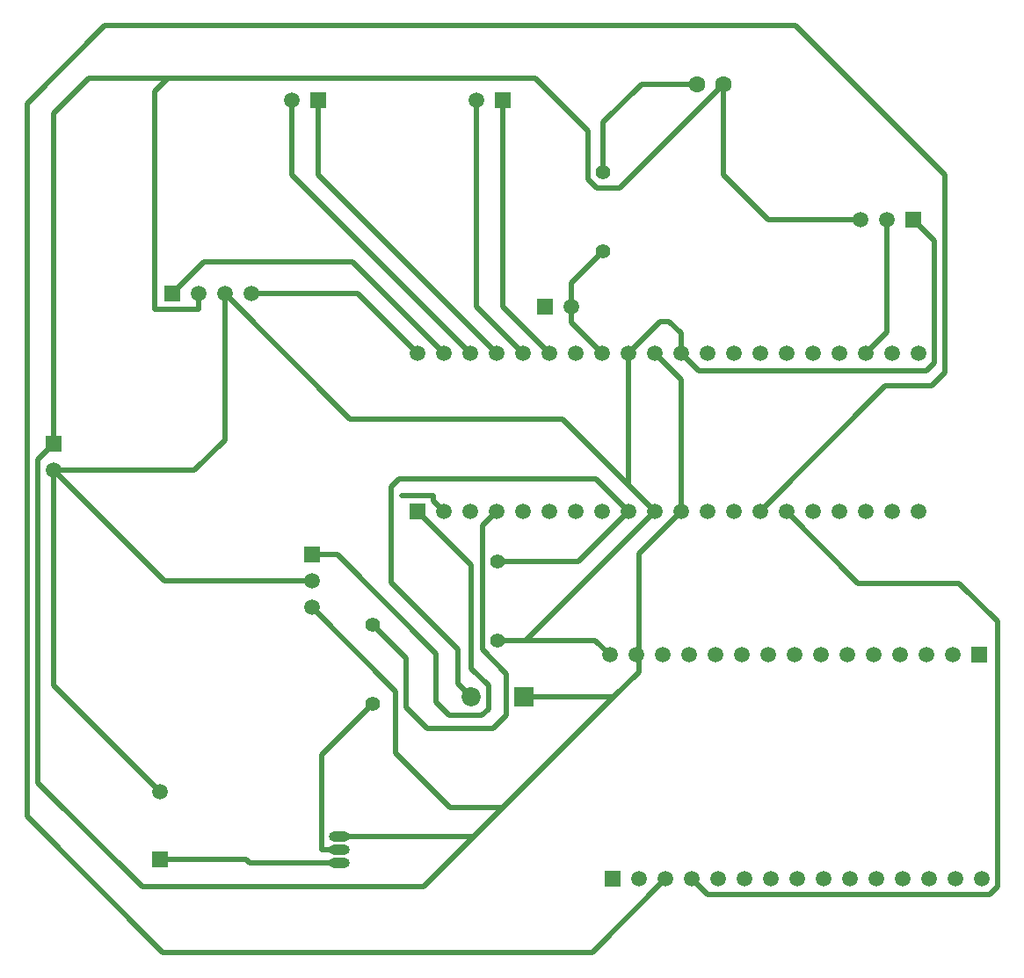
<source format=gbl>
G04 Layer_Physical_Order=2*
G04 Layer_Color=16711680*
%FSLAX25Y25*%
%MOIN*%
G70*
G01*
G75*
%ADD10C,0.01968*%
%ADD11C,0.05905*%
%ADD12R,0.05905X0.05905*%
%ADD13C,0.07283*%
%ADD14R,0.07283X0.07283*%
%ADD15R,0.05905X0.05905*%
%ADD16C,0.05512*%
%ADD17O,0.07874X0.03937*%
%ADD18O,0.07874X0.03937*%
%ADD19C,0.06299*%
D10*
X370500Y486500D02*
X374500Y482500D01*
X370500Y486500D02*
Y488500D01*
X358500D02*
X370500D01*
X494500Y482500D02*
X542000Y530000D01*
X559500D01*
X564500Y535000D01*
Y610000D01*
X507800Y666700D02*
X564500Y610000D01*
X245900Y666700D02*
X507800D01*
X216500Y637300D02*
X245900Y666700D01*
X216500Y366800D02*
Y637300D01*
Y366800D02*
X268000Y315300D01*
X430800D01*
X458500Y343000D01*
X389200Y477200D02*
X394500Y482500D01*
X389200Y430000D02*
Y477200D01*
Y430000D02*
X398400Y420800D01*
Y405000D02*
Y420800D01*
X393400Y400000D02*
X398400Y405000D01*
X368400Y400000D02*
X393400D01*
X360189Y408211D02*
X368400Y400000D01*
X360189Y408211D02*
Y426811D01*
X347500Y439500D02*
X360189Y426811D01*
X364500Y482500D02*
X385000Y462000D01*
Y422973D02*
Y462000D01*
Y422973D02*
X391595Y416378D01*
Y407500D02*
Y416378D01*
X389095Y405000D02*
X391595Y407500D01*
X376595Y405000D02*
X389095D01*
X371595Y410000D02*
X376595Y405000D01*
X371595Y410000D02*
Y428505D01*
X334100Y466000D02*
X371595Y428505D01*
X324500Y466000D02*
X334100D01*
X328100Y390100D02*
X347500Y409500D01*
X328100Y354000D02*
Y390100D01*
Y354000D02*
X335000D01*
X552500Y593000D02*
X560500Y585000D01*
Y538700D02*
Y585000D01*
X557500Y535700D02*
X560500Y538700D01*
X471300Y535700D02*
X557500D01*
X464500Y542500D02*
X471300Y535700D01*
X464500Y542500D02*
Y550000D01*
X460000Y554500D02*
X464500Y550000D01*
X456500Y554500D02*
X460000D01*
X444500Y542500D02*
X456500Y554500D01*
X444500Y492500D02*
X454500Y482500D01*
X444500Y492500D02*
Y542500D01*
X339000Y517500D02*
X419500D01*
X291500Y565000D02*
X339000Y517500D01*
X291500Y509500D02*
Y565000D01*
X280000Y498000D02*
X291500Y509500D01*
X226500Y498000D02*
X280000D01*
X268500Y456000D02*
X324500D01*
X226500Y498000D02*
X268500Y456000D01*
X226500Y416468D02*
Y498000D01*
Y416468D02*
X266945Y376024D01*
X387000Y560000D02*
X404500Y542500D01*
X387000Y560000D02*
Y638500D01*
X317000Y610000D02*
Y638500D01*
Y610000D02*
X384500Y542500D01*
X449500Y644500D02*
X470500D01*
X435000Y630000D02*
X449500Y644500D01*
X435000Y611000D02*
Y630000D01*
X301000Y349000D02*
X335000D01*
X299567Y350433D02*
X301000Y349000D01*
X266945Y350433D02*
X299567D01*
X342000Y565000D02*
X364500Y542500D01*
X301500Y565000D02*
X342000D01*
X340000Y577000D02*
X374500Y542500D01*
X283500Y577000D02*
X340000D01*
X271500Y565000D02*
X283500Y577000D01*
X327000Y610000D02*
Y638500D01*
Y610000D02*
X394500Y542500D01*
X397000Y560000D02*
X414500Y542500D01*
X397000Y560000D02*
Y638500D01*
X423000Y569000D02*
X435000Y581000D01*
X423000Y560000D02*
Y569000D01*
Y554000D02*
Y560000D01*
Y554000D02*
X434500Y542500D01*
X542500Y550500D02*
Y593000D01*
X534500Y542500D02*
X542500Y550500D01*
X395000Y463500D02*
X425500D01*
X444500Y482500D01*
X432300Y494700D02*
X444500Y482500D01*
X357500Y494700D02*
X432300D01*
X354500Y491700D02*
X357500Y494700D01*
X354500Y455632D02*
Y491700D01*
Y455632D02*
X380000Y430132D01*
Y417000D02*
Y430132D01*
Y417000D02*
X385000Y412000D01*
X497500Y593000D02*
X532500D01*
X480500Y610000D02*
X497500Y593000D01*
X480500Y610000D02*
Y644500D01*
X432500Y605200D02*
X441200D01*
X226500Y633400D02*
X240000Y646900D01*
X226500Y508000D02*
Y633400D01*
X454500Y542500D02*
X464500Y532500D01*
Y482500D02*
Y532500D01*
X468500Y343000D02*
X474500Y337000D01*
X581500D01*
X584500Y340000D01*
Y440800D01*
X570000Y455300D02*
X584500Y440800D01*
X531700Y455300D02*
X570000D01*
X504500Y482500D02*
X531700Y455300D01*
X260100Y340000D02*
X367000D01*
X220500Y379600D02*
X260100Y340000D01*
X220500Y379600D02*
Y502000D01*
X226500Y508000D01*
X377000Y370000D02*
X397000D01*
X356252Y390748D02*
X377000Y370000D01*
X356252Y390748D02*
Y414248D01*
X324500Y446000D02*
X356252Y414248D01*
X335000Y359000D02*
X386000D01*
X281500Y559000D02*
Y565000D01*
X265000Y559000D02*
X281500D01*
X265000D02*
Y641900D01*
X270000Y646900D01*
X409100D02*
X429200Y626800D01*
Y608500D02*
Y626800D01*
Y608500D02*
X432500Y605200D01*
X441200D02*
X480500Y644500D01*
X405500Y433500D02*
X454500Y482500D01*
X395000Y433500D02*
X405500D01*
X432000D02*
X437500Y428000D01*
X447500D02*
X448500Y429000D01*
Y466500D01*
X464500Y482500D01*
X405000Y412000D02*
X439000D01*
X448500Y421500D01*
X405500Y433500D02*
X432000D01*
X419500Y517500D02*
X444500Y492500D01*
X367000Y340000D02*
X386000Y359000D01*
X397000Y370000D01*
X439000Y412000D01*
X240000Y646900D02*
X270000D01*
X409100D01*
X448500Y421500D02*
Y428000D01*
Y429000D01*
D11*
X226500Y498000D02*
D03*
X281500Y565000D02*
D03*
X291500D02*
D03*
X301500D02*
D03*
X324500Y446000D02*
D03*
Y456000D02*
D03*
X266945Y376024D02*
D03*
X387000Y638500D02*
D03*
X448500Y343000D02*
D03*
X458500D02*
D03*
X468500D02*
D03*
X478500D02*
D03*
X488500D02*
D03*
X498500D02*
D03*
X508500D02*
D03*
X518500D02*
D03*
X528500D02*
D03*
X538500D02*
D03*
X548500D02*
D03*
X558500D02*
D03*
X568500D02*
D03*
X578500D02*
D03*
X567500Y428000D02*
D03*
X557500D02*
D03*
X547500D02*
D03*
X537500D02*
D03*
X527500D02*
D03*
X517500D02*
D03*
X507500D02*
D03*
X497500D02*
D03*
X487500D02*
D03*
X477500D02*
D03*
X467500D02*
D03*
X457500D02*
D03*
X447500D02*
D03*
X437500D02*
D03*
X317000Y638500D02*
D03*
X554500Y542500D02*
D03*
X544500D02*
D03*
X534500D02*
D03*
X524500D02*
D03*
X514500D02*
D03*
X504500D02*
D03*
X494500D02*
D03*
X484500D02*
D03*
X474500D02*
D03*
X464500D02*
D03*
X454500D02*
D03*
X444500D02*
D03*
X434500D02*
D03*
X424500D02*
D03*
X414500D02*
D03*
X404500D02*
D03*
X394500D02*
D03*
X384500D02*
D03*
X374500D02*
D03*
X364500D02*
D03*
X554500Y482500D02*
D03*
X544500D02*
D03*
X534500D02*
D03*
X524500D02*
D03*
X514500D02*
D03*
X504500D02*
D03*
X494500D02*
D03*
X484500D02*
D03*
X474500D02*
D03*
X464500D02*
D03*
X454500D02*
D03*
X444500D02*
D03*
X434500D02*
D03*
X424500D02*
D03*
X414500D02*
D03*
X404500D02*
D03*
X394500D02*
D03*
X384500D02*
D03*
X374500D02*
D03*
X532500Y593000D02*
D03*
X542500D02*
D03*
X423000Y560000D02*
D03*
D12*
X226500Y508000D02*
D03*
X324500Y466000D02*
D03*
X266945Y350433D02*
D03*
X364500Y482500D02*
D03*
D13*
X385000Y412000D02*
D03*
D14*
X405000D02*
D03*
D15*
X271500Y565000D02*
D03*
X397000Y638500D02*
D03*
X438500Y343000D02*
D03*
X577500Y428000D02*
D03*
X327000Y638500D02*
D03*
X552500Y593000D02*
D03*
X413000Y560000D02*
D03*
D16*
X395000Y463500D02*
D03*
Y433500D02*
D03*
X347500Y409500D02*
D03*
Y439500D02*
D03*
X435000Y581000D02*
D03*
Y611000D02*
D03*
D17*
X335000Y359000D02*
D03*
D18*
Y354000D02*
D03*
Y349000D02*
D03*
D19*
X480500Y644500D02*
D03*
X470500D02*
D03*
M02*

</source>
